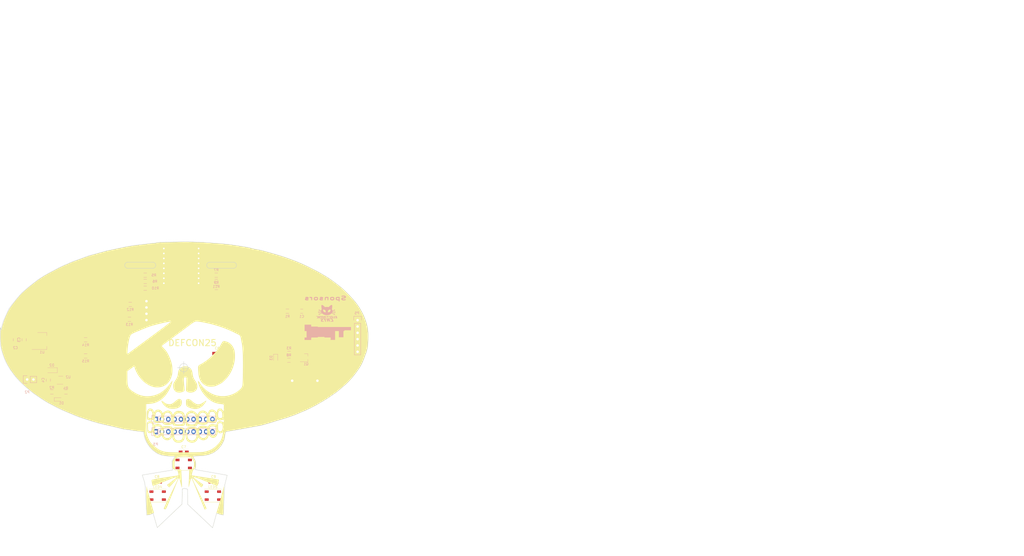
<source format=kicad_pcb>
(kicad_pcb (version 20221018) (generator pcbnew)
  (layers (0 "F.Cu" signal) (31 "B.Cu" signal) (34 "B.Paste" user) (35 "F.Paste" user) (36 "B.SilkS" user "B.Silkscreen") (37 "F.SilkS" user "F.Silkscreen") (38 "B.Mask" user) (39 "F.Mask" user) (44 "Edge.Cuts" user))
  (net 0 "")
  (net 1 "GND")
  (net 2 "Net-(BZ1-Pad1)")
  (net 3 "/RST")
  (net 4 "/DTR")
  (net 5 "VCC")
  (net 6 "+3V3")
  (net 7 "+BATT")
  (net 8 "Net-(D1-Pad1)")
  (net 9 "Net-(D3-Pad1)")
  (net 10 "/GPIO0")
  (net 11 "Net-(D5-Pad1)")
  (net 12 "/TX")
  (net 13 "/GPIO14")
  (net 14 "/DOUT1")
  (net 15 "/DOUT3")
  (net 16 "/DOUT4")
  (net 17 "Net-(LED3-Pad2)")
  (net 18 "/DOUT2")
  (net 19 "/GPIO15")
  (net 20 "/GPIO2")
  (net 21 "/GPIO4/SDA")
  (net 22 "/GPIO5/SCL")
  (net 23 "/RX")
  (net 24 "/ADC_IN")
  (net 25 "/CH_PD")
  (net 26 "/GPIO16")
  (net 27 "/GPIO12")
  (net 28 "/GPIO13")
  (net 29 "Net-(P5-Pad5)")
  (net 30 "Net-(Q1-Pad1)")
  (net 31 "Net-(R2-Pad1)")
  (net 32 "Net-(R4-Pad2)")
  (net 33 "/ADC")
  (net 34 "Net-(D4-Pad1)")
  (net 35 "Net-(U3-Pad9)")
  (net 36 "Net-(U3-Pad10)")
  (net 37 "Net-(U3-Pad11)")
  (net 38 "Net-(U3-Pad12)")
  (net 39 "Net-(U3-Pad13)")
  (net 40 "Net-(U3-Pad14)")
  (net 41 "/SCL")
  (net 42 "/SDA")
  (footprint "TIH:badge_mexa" (layer "F.Cu") (at 144.42 89.01)
    (fp_text reference "G***" hide)
    (fp_text value "LOGO" hide)
  )
  (footprint "TIH:badge_mexa" (layer "F.Cu") (at 154.9 87.05)
    (fp_text reference "G***" hide)
    (fp_text value "LOGO" hide)
  )
  (footprint "TIH:badge_mexa" (layer "F.Cu") (at 175.49 85.74)
    (fp_text reference "G***" hide)
    (fp_text value "LOGO" hide)
  )
  (footprint "TIH:badge_mexa" (layer "F.Cu") (at 132.81 86.88)
    (fp_text reference "G***" hide)
    (fp_text value "LOGO" hide)
  )
  (footprint "TIH:badge_mexa" (layer "F.Cu") (at 346.2 -58.34)
    (fp_text reference "G***" hide)
    (fp_text value "LOGO" hide)
  )
  (footprint "TIH:badge_mexa" (layer "F.Cu") (at 478.6 -66.62)
    (fp_text reference "G***" hide)
    (fp_text value "LOGO" hide)
  )
  (footprint "TIH:badge_mexa" (layer "F.Cu") (at 348.66 -13.76)
    (fp_text reference "G***" hide)
    (fp_text value "LOGO" hide)
  )
  (footprint "TIH:badge_mexa" (layer "F.Cu") (at 481.78 -42.42)
    (fp_text reference "G***" hide)
    (fp_text value "LOGO" hide)
  )
  (footprint "TIH:badge_mexa" (layer "F.Cu") (at 381.78 0.26)
    (fp_text reference "G***" hide)
    (fp_text value "LOGO" hide)
  )
  (footprint "TIH:badge_mexa" (layer "F.Cu") (at 147.75 86.75)
    (fp_text reference "G***" hide)
    (fp_text value "LOGO" hide)
  )
  (footprint "Buzzers_Beepers:BUZZER" (layer "F.Cu") (at 196.25 85.25)
    (fp_text reference "BZ1")
    (fp_text value "Buzzer")
  )
  (footprint "Capacitors_SMD:C_0805_HandSoldering" (layer "F.Cu") (at 135.5 73.75)
    (fp_text reference "C5")
    (fp_text value "0.1uF")
  )
  (footprint "Capacitors_SMD:C_0805_HandSoldering" (layer "F.Cu") (at 161 74.25)
    (fp_text reference "C6")
    (fp_text value "0.1uF")
  )
  (footprint "Capacitors_SMD:C_0805_HandSoldering" (layer "F.Cu") (at 147.5 114)
    (fp_text reference "C7")
    (fp_text value "0.1uF")
  )
  (footprint "Capacitors_SMD:C_0805_HandSoldering" (layer "F.Cu") (at 136.75 126)
    (fp_text reference "C8")
    (fp_text value "0.1uF")
  )
  (footprint "Capacitors_SMD:C_0805_HandSoldering" (layer "F.Cu") (at 159.5 126)
    (fp_text reference "C9")
    (fp_text value "0.1uF")
  )
  (footprint "Diodes_SMD:SOD-323" (layer "F.Cu") (at 209.75 65.25)
    (fp_text reference "D5")
    (fp_text value "1N4148")
  )
  (footprint "Socket_Strips:Socket_Strip_Straight_1x04" (layer "F.Cu") (at 132.5 60.83 90)
    (fp_text reference "P6")
    (fp_text value "OLED_I2C")
  )
  (footprint "TIH:SW_B3U-1000P" (layer "F.Cu") (at 193.5 63.25)
    (fp_text reference "SW1")
    (fp_text value "SW_RESET")
  )
  (footprint "TIH:SW_B3U-1000P" (layer "F.Cu") (at 191.5 78.5)
    (fp_text reference "SW2")
    (fp_text value "SW_BOOT")
  )
  (footprint "TIH:SW_B3U-1000P" (layer "F.Cu") (at 116 68.75)
    (fp_text reference "SW3")
    (fp_text value "SW_PUSH")
  )
  (footprint "TIH:SW_B3U-1000P" (layer "F.Cu") (at 115.8 75.75)
    (fp_text reference "SW4")
    (fp_text value "SW_PUSH")
  )
  (footprint "ESP8266:ESP-12E" (layer "F.Cu") (at 139.5 32)
    (fp_text reference "U3")
    (fp_text value "ESP-12E")
  )
  (footprint "LEDs:LED_WS2812B-PLCC4" (layer "F.Cu") (at 135.5 79.4)
    (fp_text reference "LED1")
    (fp_text value "MADW__WS2812B")
  )
  (footprint "LEDs:LED_WS2812B-PLCC4" (layer "F.Cu") (at 161 79.75)
    (fp_text reference "LED2")
    (fp_text value "MADW__WS2812B")
  )
  (footprint "LEDs:LED_WS2812B-PLCC4" (layer "F.Cu") (at 147.5 118.75)
    (fp_text reference "LED3")
    (fp_text value "MADW__WS2812B")
  )
  (footprint "LEDs:LED_WS2812B-PLCC4" (layer "F.Cu") (at 137 131.5)
    (fp_text reference "LED4")
    (fp_text value "MADW__WS2812B")
  )
  (footprint "LEDs:LED_WS2812B-PLCC4" (layer "F.Cu") (at 159.25 131.5)
    (fp_text reference "LED5")
    (fp_text value "MADW__WS2812B")
  )
  (footprint "TIH:electronic_cats_logo_70x60" (layer "F.Cu") (at 345.91 113.8)
    (fp_text reference "G***" hide)
    (fp_text value "LOGO" hide)
  )
  (footprint "Capacitors_SMD:C_0805_HandSoldering" (layer "B.Cu") (at 195 57.25)
    (fp_text reference "C1")
    (fp_text value "1.0uF")
  )
  (footprint "Capacitors_SMD:C_0805_HandSoldering" (layer "B.Cu") (at 79.75 68.75 -90)
    (fp_text reference "C2")
    (fp_text value "4.7uF")
  )
  (footprint "Capacitors_SMD:C_0805_HandSoldering" (layer "B.Cu") (at 83.25 68.75 -90)
    (fp_text reference "C3")
    (fp_text value "10uF")
  )
  (footprint "Capacitors_SMD:C_0805_HandSoldering" (layer "B.Cu") (at 93 85 -90)
    (fp_text reference "C4")
    (fp_text value "10uF")
  )
  (footprint "LEDs:LED_0805" (layer "B.Cu") (at 97.15 92.75)
    (fp_text reference "D1")
    (fp_text value "LED")
  )
  (footprint "Diodes_SMD:SOD-123" (layer "B.Cu") (at 94.4 81 180)
    (fp_text reference "D2")
    (fp_text value "MBR120")
  )
  (footprint "Diodes_SMD:SOD-323" (layer "B.Cu") (at 184.5 76.05 -90)
    (fp_text reference "D3")
    (fp_text value "1N4148")
  )
  (footprint "Socket_Strips:Socket_Strip_Straight_1x02" (layer "B.Cu") (at 84.46 84.75)
    (fp_text reference "P2")
    (fp_text value "LiPo")
  )
  (footprint "Socket_Strips:Socket_Strip_Straight_1x10" (layer "B.Cu") (at 136.22 105.75)
    (fp_text reference "P3")
    (fp_text value "CONN_01X10")
  )
  (footprint "Socket_Strips:Socket_Strip_Straight_1x10" (layer "B.Cu") (at 136.22 100.75)
    (fp_text reference "P4")
    (fp_text value "CONN_01X10")
  )
  (footprint "Socket_Strips:Socket_Strip_Straight_1x06" (layer "B.Cu") (at 217.5 60.88 -90)
    (fp_text reference "P5")
    (fp_text value "USB Serial")
  )
  (footprint "TO_SOT_Packages_SMD:SOT-23_Handsoldering" (layer "B.Cu") (at 196.75 76)
    (fp_text reference "Q1")
    (fp_text value "Q_PNP_BCE")
  )
  (footprint "Resistors_SMD:R_0805_HandSoldering" (layer "B.Cu") (at 189.25 57.25)
    (fp_text reference "R1")
    (fp_text value "10K")
  )
  (footprint "Resistors_SMD:R_0805_HandSoldering" (layer "B.Cu") (at 94.4 89.75 180)
    (fp_text reference "R2")
    (fp_text value "1K")
  )
  (footprint "Resistors_SMD:R_0805_HandSoldering" (layer "B.Cu") (at 189.9 74.25 180)
    (fp_text reference "R3")
    (fp_text value "1K")
  )
  (footprint "Resistors_SMD:R_0805_HandSoldering" (layer "B.Cu") (at 100.1 89.75)
    (fp_text reference "R4")
    (fp_text value "10K")
  )
  (footprint "Resistors_SMD:R_0805_HandSoldering" (layer "B.Cu") (at 132 42.75)
    (fp_text reference "R5")
    (fp_text value "220K")
  )
  (footprint "Resistors_SMD:R_0805_HandSoldering" (layer "B.Cu") (at 132 45.25 180)
    (fp_text reference "R6")
    (fp_text value "100K")
  )
  (footprint "Resistors_SMD:R_0805_HandSoldering" (layer "B.Cu") (at 160.6 42.75 180)
    (fp_text reference "R7")
    (fp_text value "1K")
  )
  (footprint "Resistors_SMD:R_0805_HandSoldering" (layer "B.Cu") (at 189.85 77 180)
    (fp_text reference "R8")
    (fp_text value "2.2K")
  )
  (footprint "Resistors_SMD:R_0805_HandSoldering" (layer "B.Cu") (at 160.65 47.75 180)
    (fp_text reference "R9")
    (fp_text value "10K")
  )
  (footprint "Resistors_SMD:R_0805_HandSoldering" (layer "B.Cu") (at 132 48)
    (fp_text reference "R10")
    (fp_text value "10K")
  )
  (footprint "Resistors_SMD:R_0805_HandSoldering" (layer "B.Cu") (at 160.6 45.25)
    (fp_text reference "R11")
    (fp_text value "10K")
  )
  (footprint "Resistors_SMD:R_0805_HandSoldering" (layer "B.Cu") (at 126 54.5)
    (fp_text reference "R12")
    (fp_text value "3k3")
  )
  (footprint "Resistors_SMD:R_0805_HandSoldering" (layer "B.Cu") (at 125.65 60.5)
    (fp_text reference "R13")
    (fp_text value "3k3")
  )
  (footprint "Resistors_SMD:R_0805_HandSoldering" (layer "B.Cu") (at 108 68.75)
    (fp_text reference "R14")
    (fp_text value "10K")
  )
  (footprint "Resistors_SMD:R_0805_HandSoldering" (layer "B.Cu") (at 108 75.25)
    (fp_text reference "R15")
    (fp_text value "10K")
  )
  (footprint "TO_SOT_Packages_SMD:SOT-223" (layer "B.Cu") (at 90.5 69.25)
    (fp_text reference "U1")
    (fp_text value "SPX1117")
  )
  (footprint "TO_SOT_Packages_SMD:SOT-23-5" (layer "B.Cu") (at 98 85)
    (fp_text reference "U2")
    (fp_text value "MCP73831")
  )
  (footprint "TIH:electronic_cats_logo_8x6" (layer "B.Cu") (at 205.11 58.1 180)
    (fp_text reference "G***" hide)
    (fp_text value "LOGO" hide)
  )
  (footprint "TIH:tpx_logo" (layer "B.Cu") (at 205.5 65.75 180)
    (fp_text reference "G***" hide)
    (fp_text value "LOGO" hide)
  )
  (gr_line (start 213.76 85.59) (end 212.53 86.87) (stroke (width 0.15)) (layer "Edge.Cuts"))
  (gr_line (start 85.91 46.87) (end 87.05 45.98) (stroke (width 0.15)) (layer "Edge.Cuts"))
  (gr_line (start 151.98 117.21) (end 152.16 117.68) (stroke (width 0.15)) (layer "Edge.Cuts"))
  (gr_line (start 156.49 115.21) (end 155.59 115.38) (stroke (width 0.15)) (layer "Edge.Cuts"))
  (gr_line (start 84.18 87.96) (end 82.49 86.45) (stroke (width 0.15)) (layer "Edge.Cuts"))
  (gr_line (start 73.71 63.89) (end 74.01 64.79) (stroke (width 0.15)) (layer "Edge.Cuts"))
  (gr_line (start 98.53 97.01) (end 97.45 96.52) (stroke (width 0.15)) (layer "Edge.Cuts"))
  (gr_line (start 136.28 114.12) (end 135.27 113.41) (stroke (width 0.15)) (layer "Edge.Cuts"))
  (gr_line (start 85.02 47.57) (end 85.91 46.87) (stroke (width 0.15)) (layer "Edge.Cuts"))
  (gr_line (start 184.98 101.32) (end 182.25 102.21) (stroke (width 0.15)) (layer "Edge.Cuts"))
  (gr_line (start 172.74 31.45) (end 174.27 31.77) (stroke (width 0.15)) (layer "Edge.Cuts"))
  (gr_line (start 130.81 123.22) (end 143 121.19) (stroke (width 0.15)) (layer "Edge.Cuts"))
  (gr_line (start 219.3 57.79) (end 219.85 58.81) (stroke (width 0.15)) (layer "Edge.Cuts"))
  (gr_line (start 156.97 29.68) (end 158.1 29.74) (stroke (width 0.15)) (layer "Edge.Cuts"))
  (gr_line (start 142.79 117.58) (end 143.9 115.73) (stroke (width 0.15)) (layer "Edge.Cuts"))
  (gr_line (start 74.5 62.57) (end 74.87 61.35) (stroke (width 0.15)) (layer "Edge.Cuts"))
  (gr_line (start 134.08 30) (end 135.85 29.84) (stroke (width 0.15)) (layer "Edge.Cuts"))
  (gr_line (start 167.5 40) (end 158 40) (stroke (width 0.15)) (layer "Edge.Cuts"))
  (gr_line (start 118.09 103.48) (end 115.53 102.91) (stroke (width 0.15)) (layer "Edge.Cuts"))
  (gr_line (start 146.95 128.83) (end 146.79 134.95) (stroke (width 0.15)) (layer "Edge.Cuts"))
  (gr_line (start 195.11 97.74) (end 193.82 98.34) (stroke (width 0.15)) (layer "Edge.Cuts"))
  (gr_line (start 79.78 83.6) (end 79.18 82.81) (stroke (width 0.15)) (layer "Edge.Cuts"))
  (gr_line (start 132.51 109.93) (end 132.03 108.92) (stroke (width 0.15)) (layer "Edge.Cuts"))
  (gr_line (start 149.24 29.33) (end 150.32 29.36) (stroke (width 0.15)) (layer "Edge.Cuts"))
  (gr_line (start 97.45 96.52) (end 96.16 95.87) (stroke (width 0.15)) (layer "Edge.Cuts"))
  (gr_line (start 80.43 84.32) (end 79.78 83.6) (stroke (width 0.15)) (layer "Edge.Cuts"))
  (gr_line (start 85.97 89.46) (end 85.13 88.76) (stroke (width 0.15)) (layer "Edge.Cuts"))
  (gr_line (start 152.26 119.34) (end 152.22 119.91) (stroke (width 0.15)) (layer "Edge.Cuts"))
  (gr_line (start 192.51 98.87) (end 192.01 99.11) (stroke (width 0.15)) (layer "Edge.Cuts"))
  (gr_arc (start 135 37.5) (mid 136.25 38.75) (end 135 40) (stroke (width 0.15)) (layer "Edge.Cuts"))
  (gr_line (start 148.62 128.77) (end 147.65 128.61) (stroke (width 0.15)) (layer "Edge.Cuts"))
  (gr_line (start 135 40) (end 125 40) (stroke (width 0.15)) (layer "Edge.Cuts"))
  (gr_line (start 217.61 80.85) (end 216.37 82.64) (stroke (width 0.15)) (layer "Edge.Cuts"))
  (gr_line (start 155.29 29.51) (end 156.97 29.68) (stroke (width 0.15)) (layer "Edge.Cuts"))
  (gr_arc (start 125 40) (mid 123.75 38.75) (end 125 37.5) (stroke (width 0.15)) (layer "Edge.Cuts"))
  (gr_line (start 131.76 126.2) (end 130.81 123.22) (stroke (width 0.15)) (layer "Edge.Cuts"))
  (gr_line (start 152.25 118.38) (end 152.26 118.89) (stroke (width 0.15)) (layer "Edge.Cuts"))
  (gr_line (start 151.13 29.36) (end 152.57 29.44) (stroke (width 0.15)) (layer "Edge.Cuts"))
  (gr_line (start 187.03 35.13) (end 189.97 36.15) (stroke (width 0.15)) (layer "Edge.Cuts"))
  (gr_line (start 74.44 73.72) (end 74.19 72.85) (stroke (width 0.15)) (layer "Edge.Cuts"))
  (gr_line (start 160.71 138.65) (end 159.12 144.45) (stroke (width 0.15)) (layer "Edge.Cuts"))
  (gr_line (start 104.06 36.86) (end 107.8 35.48) (stroke (width 0.15)) (layer "Edge.Cuts"))
  (gr_line (start 165.51 30.36) (end 166.87 30.55) (stroke (width 0.15)) (layer "Edge.Cuts"))
  (gr_line (start 89.66 44.06) (end 90.34 43.64) (stroke (width 0.15)) (layer "Edge.Cuts"))
  (gr_line (start 163.51 109.58) (end 163.05 110.4) (stroke (width 0.15)) (layer "Edge.Cuts"))
  (gr_line (start 179.28 32.87) (end 185.49 34.67) (stroke (width 0.15)) (layer "Edge.Cuts"))
  (gr_line (start 211.67 87.49) (end 209.45 89.46) (stroke (width 0.15)) (layer "Edge.Cuts"))
  (gr_line (start 177.87 32.57) (end 179.28 32.87) (stroke (width 0.15)) (layer "Edge.Cuts"))
  (gr_line (start 126.01 31.03) (end 127.28 30.8) (stroke (width 0.15)) (layer "Edge.Cuts"))
  (gr_line (start 77.2 79.94) (end 76.6 78.98) (stroke (width 0.15)) (layer "Edge.Cuts"))
  (gr_line (start 99.74 97.53) (end 98.53 97.01) (stroke (width 0.15)) (layer "Edge.Cuts"))
  (gr_line (start 180.43 102.74) (end 178.4 103.28) (stroke (width 0.15)) (layer "Edge.Cuts"))
  (gr_line (start 208.45 90.2) (end 207.31 90.97) (stroke (width 0.15)) (layer "Edge.Cuts"))
  (gr_line (start 152.16 117.68) (end 152.19 117.96) (stroke (width 0.15)) (layer "Edge.Cuts"))
  (gr_line (start 91.13 43.11) (end 93.05 41.99) (stroke (width 0.15)) (layer "Edge.Cuts"))
  (gr_line (start 75.33 76.31) (end 75.04 75.54) (stroke (width 0.15)) (layer "Edge.Cuts"))
  (gr_line (start 218.82 56.94) (end 219.3 57.79) (stroke (width 0.15)) (layer "Edge.Cuts"))
  (gr_line (start 110.74 34.54) (end 113.67 33.74) (stroke (width 0.15)) (layer "Edge.Cuts"))
  (gr_line (start 103.56 99.15) (end 99.74 97.53) (stroke (width 0.15)) (layer "Edge.Cuts"))
  (gr_line (start 93.05 41.99) (end 94.47 41.26) (stroke (width 0.15)) (layer "Edge.Cuts"))
  (gr_line (start 163.05 110.4) (end 162.52 111.41) (stroke (width 0.15)) (layer "Edge.Cuts"))
  (gr_line (start 161.47 112.66) (end 160.75 113.24) (stroke (width 0.15)) (layer "Edge.Cuts"))
  (gr_line (start 164.03 107.3) (end 163.9 108.06) (stroke (width 0.15)) (layer "Edge.Cuts"))
  (gr_line (start 120.4 104.03) (end 118.09 103.48) (stroke (width 0.15)) (layer "Edge.Cuts"))
  (gr_line (start 94.22 94.83) (end 93.13 94.27) (stroke (width 0.15)) (layer "Edge.Cuts"))
  (gr_line (start 91.76 93.45) (end 91.05 93.01) (stroke (width 0.15)) (layer "Edge.Cuts"))
  (gr_line (start 171.31 31.23) (end 172.74 31.45) (stroke (width 0.15)) (layer "Edge.Cuts"))
  (gr_line (start 124.36 31.3) (end 126.01 31.03) (stroke (width 0.15)) (layer "Edge.Cuts"))
  (gr_line (start 221.66 68.7) (end 221.61 69.76) (stroke (width 0.15)) (layer "Edge.Cuts"))
  (gr_line (start 102.95 37.21) (end 104.06 36.86) (stroke (width 0.15)) (layer "Edge.Cuts"))
  (gr_line (start 193.82 98.34) (end 192.51 98.87) (stroke (width 0.15)) (layer "Edge.Cuts"))
  (gr_line (start 220.67 60.89) (end 221.13 62.31) (stroke (width 0.15)) (layer "Edge.Cuts"))
  (gr_line (start 158.1 29.74) (end 159.63 29.86) (stroke (width 0.15)) (layer "Edge.Cuts"))
  (gr_line (start 126.08 105.1) (end 124.61 104.92) (stroke (width 0.15)) (layer "Edge.Cuts"))
  (gr_line (start 221.43 71.88) (end 221.23 72.78) (stroke (width 0.15)) (layer "Edge.Cuts"))
  (gr_line (start 204.75 43.24) (end 206.09 44.11) (stroke (width 0.15)) (layer "Edge.Cuts"))
  (gr_line (start 221.13 62.31) (end 221.48 63.89) (stroke (width 0.15)) (layer "Edge.Cuts"))
  (gr_line (start 136.85 144.37) (end 135.15 138.6) (stroke (width 0.15)) (layer "Edge.Cuts"))
  (gr_line (start 162.52 111.41) (end 162.06 111.89) (stroke (width 0.15)) (layer "Edge.Cuts"))
  (gr_line (start 127.42 105.34) (end 126.08 105.1) (stroke (width 0.15)) (layer "Edge.Cuts"))
  (gr_line (start 82.49 86.45) (end 81.37 85.35) (stroke (width 0.15)) (layer "Edge.Cuts"))
  (gr_line (start 157.53 114.99) (end 156.49 115.21) (stroke (width 0.15)) (layer "Edge.Cuts"))
  (gr_line (start 73.61 66.86) (end 73.68 65.36) (stroke (width 0.15)) (layer "Edge.Cuts"))
  (gr_line (start 135.85 29.84) (end 137.41 29.63) (stroke (width 0.15)) (layer "Edge.Cuts"))
  (gr_line (start 153.8 29.44) (end 155.29 29.51) (stroke (width 0.15)) (layer "Edge.Cuts"))
  (gr_line (start 133.44 139.24) (end 132.58 139.3) (stroke (width 0.15)) (layer "Edge.Cuts"))
  (gr_line (start 159.91 113.91) (end 159.09 114.39) (stroke (width 0.15)) (layer "Edge.Cuts"))
  (gr_line (start 150.32 29.36) (end 151.13 29.36) (stroke (width 0.15)) (layer "Edge.Cuts"))
  (gr_line (start 113.58 102.44) (end 110.71 101.61) (stroke (width 0.15)) (layer "Edge.Cuts"))
  (gr_line (start 221.69 66.98) (end 221.66 68.7) (stroke (width 0.15)) (layer "Edge.Cuts"))
  (gr_line (start 143.48 29.39) (end 147.53 29.33) (stroke (width 0.15)) (layer "Edge.Cuts"))
  (gr_line (start 163.89 30.2) (end 165.51 30.36) (stroke (width 0.15)) (layer "Edge.Cuts"))
  (gr_line (start 135.15 138.6) (end 134.19 139.02) (stroke (width 0.15)) (layer "Edge.Cuts"))
  (gr_line (start 74.02 72.05) (end 73.91 71.51) (stroke (width 0.15)) (layer "Edge.Cuts"))
  (gr_line (start 152.01 120.68) (end 152.32 121.07) (stroke (width 0.15)) (layer "Edge.Cuts"))
  (gr_line (start 196.44 38.81) (end 198.13 39.63) (stroke (width 0.15)) (layer "Edge.Cuts"))
  (gr_line (start 87.05 45.98) (end 87.85 45.38) (stroke (width 0.15)) (layer "Edge.Cuts"))
  (gr_line (start 151.7 116.7) (end 151.98 117.21) (stroke (width 0.15)) (layer "Edge.Cuts"))
  (gr_line (start 201.77 41.5) (end 203.29 42.37) (stroke (width 0.15)) (layer "Edge.Cuts"))
  (gr_line (start 110.71 101.61) (end 108.33 100.84) (stroke (width 0.15)) (layer "Edge.Cuts"))
  (gr_line (start 74.11 72.47) (end 74.02 72.05) (stroke (width 0.15)) (layer "Edge.Cuts"))
  (gr_line (start 85.13 88.76) (end 84.18 87.96) (stroke (width 0.15)) (layer "Edge.Cuts"))
  (gr_line (start 158 37.5) (end 167.5 37.5) (stroke (width 0.15)) (layer "Edge.Cuts"))
  (gr_line (start 151.24 115.97) (end 151.45 116.32) (stroke (width 0.15)) (layer "Edge.Cuts"))
  (gr_line (start 217.53 54.88) (end 218.23 55.87) (stroke (width 0.15)) (layer "Edge.Cuts"))
  (gr_line (start 130.86 30.38) (end 134.08 30) (stroke (width 0.15)) (layer "Edge.Cuts"))
  (gr_line (start 80.64 51.82) (end 81.39 50.95) (stroke (width 0.15)) (layer "Edge.Cuts"))
  (gr_line (start 166.87 30.55) (end 168.24 30.75) (stroke (width 0.15)) (layer "Edge.Cuts"))
  (gr_line (start 73.91 71.51) (end 73.78 70.48) (stroke (width 0.15)) (layer "Edge.Cuts"))
  (gr_line (start 212.35 49.04) (end 214.27 50.94) (stroke (width 0.15)) (layer "Edge.Cuts"))
  (gr_line (start 75.83 77.55) (end 75.63 77) (stroke (width 0.15)) (layer "Edge.Cuts"))
  (gr_line (start 76.18 78.15) (end 75.83 77.55) (stroke (width 0.15)) (layer "Edge.Cuts"))
  (gr_line (start 151.24 115.73) (end 151.24 115.97) (stroke (width 0.15)) (layer "Edge.Cuts"))
  (gr_line (start 113.67 33.74) (end 115.34 33.28) (stroke (width 0.15)) (layer "Edge.Cuts"))
  (gr_line (start 214.27 50.94) (end 215.66 52.48) (stroke (width 0.15)) (layer "Edge.Cuts"))
  (gr_line (start 129.78 30.5) (end 130.86 30.38) (stroke (width 0.15)) (layer "Edge.Cuts"))
  (gr_line (start 143 121.19) (end 142.93 120.59) (stroke (width 0.15)) (layer "Edge.Cuts"))
  (gr_line (start 206.04 91.84) (end 204.31 92.96) (stroke (width 0.15)) (layer "Edge.Cuts"))
  (gr_line (start 140.37 29.43) (end 142.23 29.43) (stroke (width 0.15)) (layer "Edge.Cuts"))
  (gr_line (start 170.49 104.72) (end 168.16 105.13) (stroke (width 0.15)) (layer "Edge.Cuts"))
  (gr_line (start 202.27 94.19) (end 200.63 95.12) (stroke (width 0.15)) (layer "Edge.Cuts"))
  (gr_line (start 198.58 96.21) (end 196.5 97.2) (stroke (width 0.15)) (layer "Edge.Cuts"))
  (gr_line (start 151.45 116.32) (end 151.7 116.7) (stroke (width 0.15)) (layer "Edge.Cuts"))
  (gr_line (start 79.18 82.81) (end 78.51 81.91) (stroke (width 0.15)) (layer "Edge.Cuts"))
  (gr_line (start 149.07 134.99) (end 149.04 128.97) (stroke (width 0.15)) (layer "Edge.Cuts"))
  (gr_line (start 87.93 90.89) (end 87.27 90.49) (stroke (width 0.15)) (layer "Edge.Cuts"))
  (gr_line (start 99.64 38.65) (end 100.58 38.3) (stroke (width 0.15)) (layer "Edge.Cuts"))
  (gr_line (start 89.55 92.01) (end 88.56 91.36) (stroke (width 0.15)) (layer "Edge.Cuts"))
  (gr_line (start 220.66 74.54) (end 220.17 76.06) (stroke (width 0.15)) (layer "Edge.Cuts"))
  (gr_line (start 116.55 32.93) (end 117.8 32.69) (stroke (width 0.15)) (layer "Edge.Cuts"))
  (gr_line (start 100.58 38.3) (end 101.65 37.79) (stroke (width 0.15)) (layer "Edge.Cuts"))
  (gr_line (start 88.74 44.66) (end 89.66 44.06) (stroke (width 0.15)) (layer "Edge.Cuts"))
  (gr_line (start 95.82 40.55) (end 97.11 39.85) (stroke (width 0.15)) (layer "Edge.Cuts"))
  (gr_line (start 79.74 52.91) (end 80.64 51.82) (stroke (width 0.15)) (layer "Edge.Cuts"))
  (gr_line (start 141.66 115.65) (end 140.37 115.5) (stroke (width 0.15)) (layer "Edge.Cuts"))
  (gr_line (start 74.19 72.85) (end 74.11 72.47) (stroke (width 0.15)) (layer "Edge.Cuts"))
  (gr_line (start 134.19 139.02) (end 133.44 139.24) (stroke (width 0.15)) (layer "Edge.Cuts"))
  (gr_line (start 75.04 75.54) (end 74.74 74.65) (stroke (width 0.15)) (layer "Edge.Cuts"))
  (gr_line (start 133.71 111.78) (end 133.03 110.79) (stroke (width 0.15)) (layer "Edge.Cuts"))
  (gr_line (start 164.02 127.22) (end 163.46 139.32) (stroke (width 0.15)) (layer "Edge.Cuts"))
  (gr_line (start 142.23 29.43) (end 143.48 29.39) (stroke (width 0.15)) (layer "Edge.Cuts"))
  (gr_line (start 221.23 72.78) (end 220.99 73.93) (stroke (width 0.15)) (layer "Edge.Cuts"))
  (gr_line (start 149.04 128.97) (end 148.62 128.77) (stroke (width 0.15)) (layer "Edge.Cuts"))
  (gr_line (start 204.31 92.96) (end 202.27 94.19) (stroke (width 0.15)) (layer "Edge.Cuts"))
  (gr_line (start 76.54 57.56) (end 77.13 56.35) (stroke (width 0.15)) (layer "Edge.Cuts"))
  (gr_line (start 163.9 108.06) (end 163.77 108.81) (stroke (width 0.15)) (layer "Edge.Cuts"))
  (gr_line (start 215.66 52.48) (end 216.74 53.73) (stroke (width 0.15)) (layer "Edge.Cuts"))
  (gr_arc (start 167.5 37.5) (mid 168.75 38.75) (end 167.5 40) (stroke (width 0.15)) (layer "Edge.Cuts"))
  (gr_line (start 124.61 104.92) (end 123.22 104.74) (stroke (width 0.15)) (layer "Edge.Cuts"))
  (gr_line (start 218.98 78.76) (end 218.42 79.76) (stroke (width 0.15)) (layer "Edge.Cuts"))
  (gr_line (start 81.39 50.95) (end 82.36 49.9) (stroke (width 0.15)) (layer "Edge.Cuts"))
  (gr_line (start 203.29 42.37) (end 204.75 43.24) (stroke (width 0.15)) (layer "Edge.Cuts"))
  (gr_line (start 146.79 134.95) (end 136.85 144.37) (stroke (width 0.15)) (layer "Edge.Cuts"))
  (gr_line (start 78.51 81.91) (end 77.74 80.86) (stroke (width 0.15)) (layer "Edge.Cuts"))
  (gr_line (start 164.88 105.7) (end 164.6 105.72) (stroke (width 0.15)) (layer "Edge.Cuts"))
  (gr_line (start 77.13 56.35) (end 78.45 54.5) (stroke (width 0.15)) (layer "Edge.Cuts"))
  (gr_line (start 147.65 128.61) (end 146.95 128.83) (stroke (width 0.15)) (layer "Edge.Cuts"))
  (gr_line (start 216.37 82.64) (end 215.72 83.41) (stroke (width 0.15)) (layer "Edge.Cuts"))
  (gr_line (start 200.63 95.12) (end 198.58 96.21) (stroke (width 0.15)) (layer "Edge.Cuts"))
  (gr_line (start 200.6 40.88) (end 201.77 41.5) (stroke (width 0.15)) (layer "Edge.Cuts"))
  (gr_line (start 176.34 103.64) (end 172.73 104.3) (stroke (width 0.15)) (layer "Edge.Cuts"))
  (gr_line (start 159.63 29.86) (end 162.6 30.06) (stroke (width 0.15)) (layer "Edge.Cuts"))
  (gr_line (start 73.63 68.31) (end 73.61 66.86) (stroke (width 0.15)) (layer "Edge.Cuts"))
  (gr_line (start 143.87 115.62) (end 141.66 115.65) (stroke (width 0.15)) (layer "Edge.Cuts"))
  (gr_line (start 191.54 36.74) (end 193.01 37.3) (stroke (width 0.15)) (layer "Edge.Cuts"))
  (gr_line (start 212.53 86.87) (end 211.67 87.49) (stroke (width 0.15)) (layer "Edge.Cuts"))
  (gr_line (start 221.61 69.76) (end 221.56 70.83) (stroke (width 0.15)) (layer "Edge.Cuts"))
  (gr_line (start 97.11 39.85) (end 98.57 39.15) (stroke (width 0.15)) (layer "Edge.Cuts"))
  (gr_line (start 164.3 105.97) (end 164.12 106.55) (stroke (width 0.15)) (layer "Edge.Cuts"))
  (gr_line (start 152.26 118.89) (end 152.26 119.34) (stroke (width 0.15)) (layer "Edge.Cuts"))
  (gr_line (start 182.25 102.21) (end 180.43 102.74) (stroke (width 0.15)) (layer "Edge.Cuts"))
  (gr_line (start 74.01 64.79) (end 74.15 63.86) (stroke (width 0.15)) (layer "Edge.Cuts"))
  (gr_line (start 79.13 53.71) (end 79.74 52.91) (stroke (width 0.15)) (layer "Edge.Cuts"))
  (gr_line (start 129.95 105.64) (end 128.75 105.51) (stroke (width 0.15)) (layer "Edge.Cuts"))
  (gr_line (start 87.85 45.38) (end 88.74 44.66) (stroke (width 0.15)) (layer "Edge.Cuts"))
  (gr_line (start 164.6 105.72) (end 164.3 105.97) (stroke (width 0.15)) (layer "Edge.Cuts"))
  (gr_line (start 164.12 106.55) (end 164.03 107.3) (stroke (width 0.15)) (layer "Edge.Cuts"))
  (gr_line (start 169.68 30.97) (end 171.31 31.23) (stroke (width 0.15)) (layer "Edge.Cuts"))
  (gr_line (start 73.68 65.36) (end 73.68 64.19) (stroke (width 0.15)) (layer "Edge.Cuts"))
  (gr_line (start 209.45 89.46) (end 208.45 90.2) (stroke (width 0.15)) (layer "Edge.Cuts"))
  (gr_line (start 143.9 115.73) (end 143.87 115.62) (stroke (width 0.15)) (layer "Edge.Cuts"))
  (gr_line (start 189.97 36.15) (end 191.54 36.74) (stroke (width 0.15)) (layer "Edge.Cuts"))
  (gr_line (start 151.69 115.61) (end 151.24 115.73) (stroke (width 0.15)) (layer "Edge.Cuts"))
  (gr_line (start 101.65 37.79) (end 102.95 37.21) (stroke (width 0.15)) (layer "Edge.Cuts"))
  (gr_line (start 78.45 54.5) (end 79.13 53.71) (stroke (width 0.15)) (layer "Edge.Cuts"))
  (gr_line (start 107.8 35.48) (end 109.41 34.89) (stroke (width 0.15)) (layer "Edge.Cuts"))
  (gr_line (start 152.57 29.44) (end 153.8 29.44) (stroke (width 0.15)) (layer "Edge.Cuts"))
  (gr_line (start 152.22 119.91) (end 152.14 120.37) (stroke (width 0.15)) (layer "Edge.Cuts"))
  (gr_line (start 163.46 139.32) (end 160.71 138.65) (stroke (width 0.15)) (layer "Edge.Cuts"))
  (gr_line (start 73.68 64.19) (end 73.71 63.89) (stroke (width 0.15)) (layer "Edge.Cuts"))
  (gr_line (start 162.6 30.06) (end 163.89 30.2) (stroke (width 0.15)) (layer "Edge.Cuts"))
  (gr_line (start 75.63 77) (end 75.33 76.31) (stroke (width 0.15)) (layer "Edge.Cuts"))
  (gr_line (start 218.42 79.76) (end 217.61 80.85) (stroke (width 0.15)) (layer "Edge.Cuts"))
  (gr_line (start 137.68 114.85) (end 136.92 114.56) (stroke (width 0.15)) (layer "Edge.Cuts"))
  (gr_line (start 128.75 105.51) (end 127.42 105.34) (stroke (width 0.15)) (layer "Edge.Cuts"))
  (gr_line (start 189.05 100.13) (end 184.98 101.32) (stroke (width 0.15)) (layer "Edge.Cuts"))
  (gr_line (start 115.53 102.91) (end 113.58 102.44) (stroke (width 0.15)) (layer "Edge.Cuts"))
  (gr_line (start 135.27 113.41) (end 134.43 112.59) (stroke (width 0.15)) (layer "Edge.Cuts"))
  (gr_line (start 131.36 105.84) (end 129.95 105.64) (stroke (width 0.15)) (layer "Edge.Cuts"))
  (gr_line (start 220.99 73.93) (end 220.66 74.54) (stroke (width 0.15)) (layer "Edge.Cuts"))
  (gr_line (start 168.16 105.13) (end 164.88 105.7) (stroke (width 0.15)) (layer "Edge.Cuts"))
  (gr_line (start 109.41 34.89) (end 110.74 34.54) (stroke (width 0.15)) (layer "Edge.Cuts"))
  (gr_line (start 136.92 114.56) (end 136.28 114.12) (stroke (width 0.15)) (layer "Edge.Cuts"))
  (gr_line (start 73.7 69.44) (end 73.63 68.31) (stroke (width 0.15)) (layer "Edge.Cuts"))
  (gr_line (start 206.09 44.11) (end 207.24 44.92) (stroke (width 0.15)) (layer "Edge.Cuts"))
  (gr_line (start 131.98 127.76) (end 131.76 126.2) (stroke (width 0.15)) (layer "Edge.Cuts"))
  (gr_line (start 75.72 59.39) (end 76.54 57.56) (stroke (width 0.15)) (layer "Edge.Cuts"))
  (gr_line (start 131.44 106.51) (end 131.37 105.84) (stroke (width 0.15)) (layer "Edge.Cuts"))
  (gr_line (start 117.8 32.69) (end 124.36 31.3) (stroke (width 0.15)) (layer "Edge.Cuts"))
  (gr_line (start 220.17 76.06) (end 219.5 77.7) (stroke (width 0.15)) (layer "Edge.Cuts"))
  (gr_line (start 94.47 41.26) (end 95.82 40.55) (stroke (width 0.15)) (layer "Edge.Cuts"))
  (gr_line (start 125 37.5) (end 135 37.5) (stroke (width 0.15)) (layer "Edge.Cuts"))
  (gr_line (start 216.74 53.73) (end 217.53 54.88) (stroke (width 0.15)) (layer "Edge.Cuts"))
  (gr_line (start 221.59 65.07) (end 221.69 65.99) (stroke (width 0.15)) (layer "Edge.Cuts"))
  (gr_line (start 178.4 103.28) (end 176.34 103.64) (stroke (width 0.15)) (layer "Edge.Cuts"))
  (gr_line (start 90.34 43.64) (end 91.13 43.11) (stroke (width 0.15)) (layer "Edge.Cuts"))
  (gr_line (start 147.53 29.33) (end 149.24 29.33) (stroke (width 0.15)) (layer "Edge.Cuts"))
  (gr_line (start 137.41 29.63) (end 139.2 29.48) (stroke (width 0.15)) (layer "Edge.Cuts"))
  (gr_line (start 93.13 94.27) (end 91.76 93.45) (stroke (width 0.15)) (layer "Edge.Cuts"))
  (gr_line (start 87.27 90.49) (end 86.77 90.1) (stroke (width 0.15)) (layer "Edge.Cuts"))
  (gr_line (start 77.74 80.86) (end 77.2 79.94) (stroke (width 0.15)) (layer "Edge.Cuts"))
  (gr_line (start 154.07 115.49) (end 151.69 115.61) (stroke (width 0.15)) (layer "Edge.Cuts"))
  (gr_line (start 142.82 119.84) (end 142.79 117.58) (stroke (width 0.15)) (layer "Edge.Cuts"))
  (gr_line (start 172.73 104.3) (end 170.49 104.72) (stroke (width 0.15)) (layer "Edge.Cuts"))
  (gr_line (start 221.69 65.99) (end 221.69 66.98) (stroke (width 0.15)) (layer "Edge.Cuts"))
  (gr_line (start 158.32 114.67) (end 157.53 114.99) (stroke (width 0.15)) (layer "Edge.Cuts"))
  (gr_line (start 193.01 37.3) (end 194.87 38.09) (stroke (width 0.15)) (layer "Edge.Cuts"))
  (gr_line (start 198.13 39.63) (end 200.6 40.88) (stroke (width 0.15)) (layer "Edge.Cuts"))
  (gr_line (start 81.37 85.35) (end 80.43 84.32) (stroke (width 0.15)) (layer "Edge.Cuts"))
  (gr_line (start 91.05 93.01) (end 90.2 92.48) (stroke (width 0.15)) (layer "Edge.Cuts"))
  (gr_line (start 76.6 78.98) (end 76.18 78.15) (stroke (width 0.15)) (layer "Edge.Cuts"))
  (gr_line (start 96.16 95.87) (end 95.15 95.34) (stroke (width 0.15)) (layer "Edge.Cuts"))
  (gr_line (start 83.38 48.99) (end 85.02 47.57) (stroke (width 0.15)) (layer "Edge.Cuts"))
  (gr_line (start 194.87 38.09) (end 196.44 38.81) (stroke (width 0.15)) (layer "Edge.Cuts"))
  (gr_line (start 134.43 112.59) (end 133.71 111.78) (stroke (width 0.15)) (layer "Edge.Cuts"))
  (gr_line (start 128.37 30.66) (end 129.78 30.5) (stroke (width 0.15)) (layer "Edge.Cuts"))
  (gr_line (start 207.31 90.97) (end 206.04 91.84) (stroke (width 0.15)) (layer "Edge.Cuts"))
  (gr_line (start 159.12 144.45) (end 149.07 134.99) (stroke (width 0.15)) (layer "Edge.Cuts"))
  (gr_line (start 163.77 108.81) (end 163.51 109.58) (stroke (width 0.15)) (layer "Edge.Cuts"))
  (gr_line (start 95.15 95.34) (end 94.22 94.83) (stroke (width 0.15)) (layer "Edge.Cuts"))
  (gr_line (start 88.56 91.36) (end 87.93 90.89) (stroke (width 0.15)) (layer "Edge.Cuts"))
  (gr_line (start 86.77 90.1) (end 85.97 89.46) (stroke (width 0.15)) (layer "Edge.Cuts"))
  (gr_line (start 159.09 114.39) (end 158.32 114.67) (stroke (width 0.15)) (layer "Edge.Cuts"))
  (gr_line (start 219.5 77.7) (end 218.98 78.76) (stroke (width 0.15)) (layer "Edge.Cuts"))
  (gr_line (start 152.32 121.07) (end 164.99 123.3) (stroke (width 0.15)) (layer "Edge.Cuts"))
  (gr_line (start 138.69 115.22) (end 137.68 114.85) (stroke (width 0.15)) (layer "Edge.Cuts"))
  (gr_line (start 74.87 61.35) (end 75.72 59.39) (stroke (width 0.15)) (layer "Edge.Cuts"))
  (gr_line (start 133.03 110.79) (end 132.51 109.93) (stroke (width 0.15)) (layer "Edge.Cuts"))
  (gr_line (start 174.27 31.77) (end 175.61 32.19) (stroke (width 0.15)) (layer "Edge.Cuts"))
  (gr_line (start 152.19 117.96) (end 152.25 118.38) (stroke (width 0.15)) (layer "Edge.Cuts"))
  (gr_line (start 115.34 33.28) (end 116.55 32.93) (stroke (width 0.15)) (layer "Edge.Cuts"))
  (gr_line (start 132.58 139.3) (end 131.98 127.76) (stroke (width 0.15)) (layer "Edge.Cuts"))
  (gr_line (start 127.28 30.8) (end 128.37 30.66) (stroke (width 0.15)) (layer "Edge.Cuts"))
  (gr_line (start 155.59 115.38) (end 155.01 115.43) (stroke (width 0.15)) (layer "Edge.Cuts"))
  (gr_line (start 168.24 30.75) (end 169.68 30.97) (stroke (width 0.15)) (layer "Edge.Cuts"))
  (gr_line (start 132.03 108.92) (end 131.69 107.85) (stroke (width 0.15)) (layer "Edge.Cuts"))
  (gr_arc (start 158 40) (mid 156.75 38.75) (end 158 37.5) (stroke (width 0.15)) (layer "Edge.Cuts"))
  (gr_line (start 219.85 58.81) (end 220.22 59.7) (stroke (width 0.15)) (layer "Edge.Cuts"))
  (gr_line (start 196.5 97.2) (end 195.11 97.74) (stroke (width 0.15)) (layer "Edge.Cuts"))
  (gr_line (start 220.22 59.7) (end 220.67 60.89) (stroke (width 0.15)) (layer "Edge.Cuts"))
  (gr_line (start 140.37 115.5) (end 138.69 115.22) (stroke (width 0.15)) (layer "Edge.Cuts"))
  (gr_line (start 215.72 83.41) (end 214.82 84.43) (stroke (width 0.15)) (layer "Edge.Cuts"))
  (gr_line (start 211.06 47.83) (end 212.35 49.04) (stroke (width 0.15)) (layer "Edge.Cuts"))
  (gr_line (start 185.49 34.67) (end 187.03 35.13) (stroke (width 0.15)) (layer "Edge.Cuts"))
  (gr_line (start 192.01 99.11) (end 190.42 99.64) (stroke (width 0.15)) (layer "Edge.Cuts"))
  (gr_line (start 221.56 70.83) (end 221.43 71.88) (stroke (width 0.15)) (layer "Edge.Cuts"))
  (gr_line (start 221.48 63.89) (end 221.59 65.07) (stroke (width 0.15)) (layer "Edge.Cuts"))
  (gr_line (start 123.22 104.74) (end 120.4 104.03) (stroke (width 0.15)) (layer "Edge.Cuts"))
  (gr_line (start 164.99 123.3) (end 164.02 127.22) (stroke (width 0.15)) (layer "Edge.Cuts"))
  (gr_line (start 209.64 46.73) (end 211.06 47.83) (stroke (width 0.15)) (layer "Edge.Cuts"))
  (gr_line (start 105.5 99.92) (end 103.56 99.15) (stroke (width 0.15)) (layer "Edge.Cuts"))
  (gr_line (start 98.57 39.15) (end 99.64 38.65) (stroke (width 0.15)) (layer "Edge.Cuts"))
  (gr_line (start 190.42 99.64) (end 189.05 100.13) (stroke (width 0.15)) (layer "Edge.Cuts"))
  (gr_line (start 108.33 100.84) (end 105.5 99.92) (stroke (width 0.15)) (layer "Edge.Cuts"))
  (gr_line (start 162.06 111.89) (end 161.47 112.66) (stroke (width 0.15)) (layer "Edge.Cuts"))
  (gr_line (start 82.36 49.9) (end 83.38 48.99) (stroke (width 0.15)) (layer "Edge.Cuts"))
  (gr_line (start 214.82 84.43) (end 213.76 85.59) (stroke (width 0.15)) (layer "Edge.Cuts"))
  (gr_line (start 152.14 120.37) (end 152.01 120.68) (stroke (width 0.15)) (layer "Edge.Cuts"))
  (gr_line (start 131.69 107.85) (end 131.44 106.51) (stroke (width 0.15)) (layer "Edge.Cuts"))
  (gr_line (start 142.93 120.59) (end 142.82 119.84) (stroke (width 0.15)) (layer "Edge.Cuts"))
  (gr_line (start 218.23 55.87) (end 218.82 56.94) (stroke (width 0.15)) (layer "Edge.Cuts"))
  (gr_line (start 74.15 63.86) (end 74.5 62.57) (stroke (width 0.15)) (layer "Edge.Cuts"))
  (gr_line (start 74.74 74.65) (end 74.44 73.72) (stroke (width 0.15)) (layer "Edge.Cuts"))
  (gr_line (start 155.01 115.43) (end 154.07 115.49) (stroke (width 0.15)) (layer "Edge.Cuts"))
  (gr_line (start 90.2 92.48) (end 89.55 92.01) (stroke (width 0.15)) (layer "Edge.Cuts"))
  (gr_line (start 73.78 70.48) (end 73.7 69.44) (stroke (width 0.15)) (layer "Edge.Cuts"))
  (gr_line (start 160.75 113.24) (end 159.91 113.91) (stroke (width 0.15)) (layer "Edge.Cuts"))
  (gr_line (start 207.24 44.92) (end 209.64 46.73) (stroke (width 0.15)) (layer "Edge.Cuts"))
  (gr_line (start 139.2 29.48) (end 140.37 29.43) (stroke (width 0.15)) (layer "Edge.Cuts"))
  (gr_line (start 175.61 32.19) (end 177.87 32.57) (stroke (width 0.15)) (layer "Edge.Cuts"))
  (gr_text "Sponsors" (at 204.55 52.01) (layer "B.SilkS") (effects (font (size 1.5 2.5) (thickness 0.375)) (justify mirror)))
  (gr_text "DEFCON25" (at 151 70) (layer "F.SilkS") (effects (font (size 2.5 2.5) (thickness 0.375))))
  (target plus (at 147.5 80) (size 5) (width 0.15) (layer "Edge.Cuts"))
  (segment (start 80.75 65) (end 86.75 65) (width 0.3) (layer "B.Cu") (net 5))
  (segment (start 87.35 65.6) (end 87.35 66.95) (width 0.3) (layer "B.Cu") (net 5))
  (segment (start 86.75 65) (end 87.35 65.6) (width 0.3) (layer "B.Cu") (net 5))
  (segment (start 79.75 67.5) (end 79.75 66) (width 0.3) (layer "B.Cu") (net 5))
  (segment (start 99.1 81.6) (end 98.5 81) (width 0.3) (layer "B.Cu") (net 5))
  (segment (start 99.1 84.05) (end 99.1 81.6) (width 0.3) (layer "B.Cu") (net 5))
  (segment (start 79.75 66) (end 80.75 65) (width 0.3) (layer "B.Cu") (net 5))
  (segment (start 98.5 81) (end 96.05 81) (width 0.3) (layer "B.Cu") (net 5))
  (segment (start 83.25 67.5) (end 84.75 67.5) (width 0.5) (layer "B.Cu") (net 6))
  (segment (start 85 68.5) (end 85.75 69.25) (width 0.5) (layer "B.Cu") (net 6))
  (segment (start 84.75 67.5) (end 85 67.75) (width 0.5) (layer "B.Cu") (net 6))
  (segment (start 85.75 69.25) (end 87.35 69.25) (width 0.5) (layer "B.Cu") (net 6))
  (segment (start 85 67.75) (end 85 68.5) (width 0.5) (layer "B.Cu") (net 6))
  (segment (start 93 83.75) (end 96.6 83.75) (width 0.5) (layer "B.Cu") (net 7))
  (segment (start 96.6 83.75) (end 96.9 84.05) (width 0.5) (layer "B.Cu") (net 7))
  (segment (start 92.75 83.5) (end 93 83.75) (width 0.5) (layer "B.Cu") (net 7))
  (segment (start 92.75 81) (end 92.75 83.5) (width 0.5) (layer "B.Cu") (net 7))
  (segment (start 93.5 92.75) (end 93.05 92.3) (width 0.3) (layer "B.Cu") (net 8))
  (segment (start 93.05 92.3) (end 93.05 89.75) (width 0.3) (layer "B.Cu") (net 8))
  (segment (start 96.05 92.75) (end 93.5 92.75) (width 0.3) (layer "B.Cu") (net 8))
  (segment (start 96.9 87.1) (end 95.75 88.25) (width 0.3) (layer "B.Cu") (net 31))
  (segment (start 95.75 88.25) (end 95.75 89.75) (width 0.3) (layer "B.Cu") (net 31))
  (segment (start 96.9 85.95) (end 96.9 87.1) (width 0.3) (layer "B.Cu") (net 31))
  (segment (start 100.95 85.95) (end 101.45 86.45) (width 0.3) (layer "B.Cu") (net 32))
  (segment (start 99.1 85.95) (end 100.95 85.95) (width 0.3) (layer "B.Cu") (net 32))
  (segment (start 101.45 86.45) (end 101.45 89.75) (width 0.3) (layer "B.Cu") (net 32))
)
</source>
